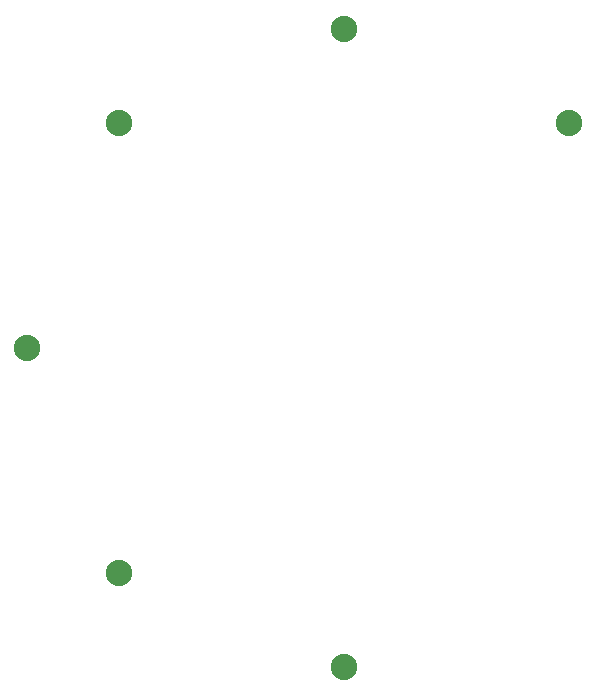
<source format=gbs>
G04*
G04 #@! TF.GenerationSoftware,Altium Limited,Altium Designer,21.0.9 (235)*
G04*
G04 Layer_Color=16711935*
%FSTAX24Y24*%
%MOIN*%
G70*
G04*
G04 #@! TF.SameCoordinates,5F115E56-97AE-4741-9C3E-E3F8848F1E5A*
G04*
G04*
G04 #@! TF.FilePolarity,Negative*
G04*
G01*
G75*
%ADD120C,0.0880*%
D120*
X03135Y02265D02*
D03*
X0283Y03015D02*
D03*
X03885Y01952D02*
D03*
X046366Y037666D02*
D03*
X03885Y04078D02*
D03*
X03135Y03765D02*
D03*
M02*

</source>
